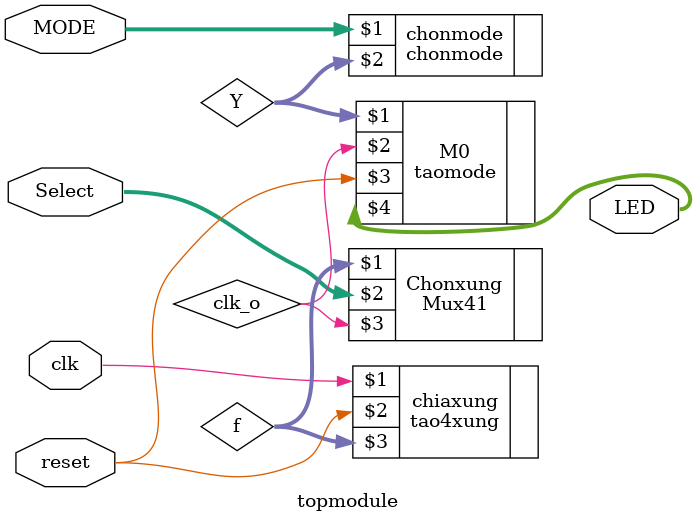
<source format=v>
`timescale 1ns / 1ps
module topmodule(
input wire [1:0] Select, MODE,
input wire clk, reset,
output wire [7:0] LED);
wire [3:0] f;
wire clk_o;
wire [1:0] Y;
tao4xung chiaxung (clk, reset, f);
Mux41  Chonxung  (f, Select, clk_o);
chonmode chonmode (MODE, Y);
taomode  M0 (Y, clk_o, reset, LED);
endmodule

</source>
